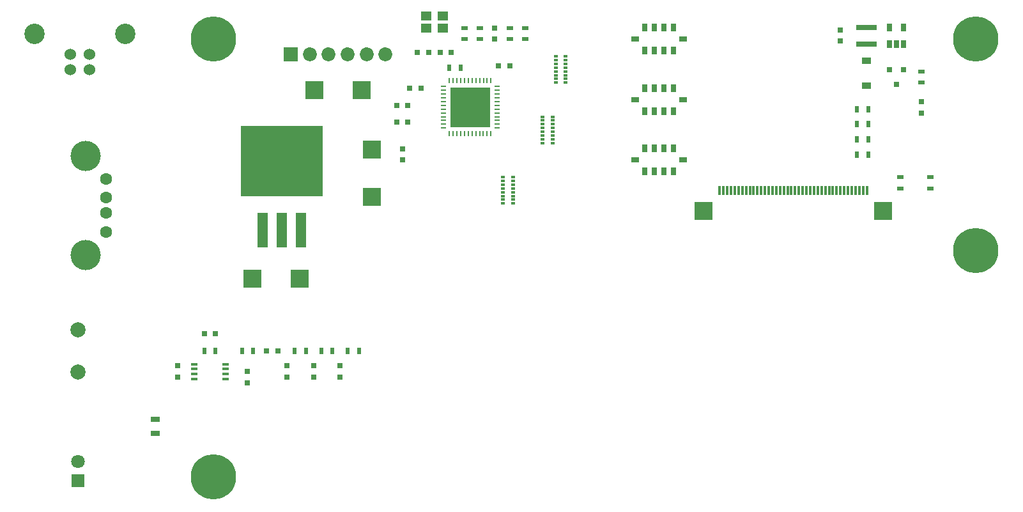
<source format=gbr>
G04 #@! TF.FileFunction,Soldermask,Top*
%FSLAX46Y46*%
G04 Gerber Fmt 4.6, Leading zero omitted, Abs format (unit mm)*
G04 Created by KiCad (PCBNEW 4.0.5+dfsg1-4~bpo8+1) date Mon Sep 25 13:54:36 2017*
%MOMM*%
%LPD*%
G01*
G04 APERTURE LIST*
%ADD10C,0.100000*%
%ADD11C,1.600000*%
%ADD12C,4.000000*%
%ADD13R,0.300000X1.200000*%
%ADD14R,2.400000X2.400000*%
%ADD15R,0.700000X1.000000*%
%ADD16R,1.000000X0.800000*%
%ADD17R,0.800000X0.750000*%
%ADD18R,2.430000X2.370000*%
%ADD19R,0.750000X0.800000*%
%ADD20R,2.370000X2.430000*%
%ADD21R,0.800100X0.800100*%
%ADD22R,2.700000X0.800000*%
%ADD23C,2.000000*%
%ADD24R,1.850000X1.850000*%
%ADD25C,1.850000*%
%ADD26C,1.524000*%
%ADD27C,2.700020*%
%ADD28R,0.900000X0.500000*%
%ADD29R,0.500000X0.900000*%
%ADD30R,0.500000X0.350000*%
%ADD31R,1.390000X4.600000*%
%ADD32R,10.800000X9.400000*%
%ADD33O,0.750000X0.250000*%
%ADD34O,0.250000X0.750000*%
%ADD35R,5.300000X5.300000*%
%ADD36R,0.890000X0.420000*%
%ADD37R,1.399540X1.150620*%
%ADD38C,6.000000*%
%ADD39R,0.650000X1.060000*%
%ADD40R,1.220000X0.910000*%
%ADD41C,1.800000*%
%ADD42R,1.800000X1.800000*%
%ADD43R,1.300000X0.700000*%
G04 APERTURE END LIST*
D10*
D11*
X63710000Y-86500000D03*
X63710000Y-84000000D03*
X63710000Y-82000000D03*
X63710000Y-79500000D03*
D12*
X61000000Y-89570000D03*
X61000000Y-76430000D03*
D13*
X164550000Y-81000000D03*
X164050000Y-81000000D03*
X163550000Y-81000000D03*
X163050000Y-81000000D03*
X162550000Y-81000000D03*
X162050000Y-81000000D03*
X161550000Y-81000000D03*
X161050000Y-81000000D03*
X160550000Y-81000000D03*
X160050000Y-81000000D03*
X159550000Y-81000000D03*
X159050000Y-81000000D03*
X158550000Y-81000000D03*
X158050000Y-81000000D03*
X157550000Y-81000000D03*
X157050000Y-81000000D03*
X156550000Y-81000000D03*
X156050000Y-81000000D03*
X155550000Y-81000000D03*
X155050000Y-81000000D03*
X154550000Y-81000000D03*
X154050000Y-81000000D03*
X153550000Y-81000000D03*
X153050000Y-81000000D03*
X152550000Y-81000000D03*
X152050000Y-81000000D03*
X151550000Y-81000000D03*
X151050000Y-81000000D03*
X150550000Y-81000000D03*
X150050000Y-81000000D03*
X149550000Y-81000000D03*
X149050000Y-81000000D03*
X148550000Y-81000000D03*
X148050000Y-81000000D03*
X147550000Y-81000000D03*
X147050000Y-81000000D03*
X146550000Y-81000000D03*
X146050000Y-81000000D03*
X145550000Y-81000000D03*
X145050000Y-81000000D03*
D14*
X166700000Y-83700000D03*
X142900000Y-83700000D03*
D15*
X135095000Y-59476000D03*
X136365000Y-59476000D03*
X137635000Y-59476000D03*
X138905000Y-59476000D03*
X135095000Y-62524000D03*
X136365000Y-62524000D03*
X137635000Y-62524000D03*
X138905000Y-62524000D03*
D16*
X133825000Y-61000000D03*
X140175000Y-61000000D03*
D15*
X135095000Y-67476000D03*
X136365000Y-67476000D03*
X137635000Y-67476000D03*
X138905000Y-67476000D03*
X135095000Y-70524000D03*
X136365000Y-70524000D03*
X137635000Y-70524000D03*
X138905000Y-70524000D03*
D16*
X133825000Y-69000000D03*
X140175000Y-69000000D03*
D15*
X135095000Y-75476000D03*
X136365000Y-75476000D03*
X137635000Y-75476000D03*
X138905000Y-75476000D03*
X135095000Y-78524000D03*
X136365000Y-78524000D03*
X137635000Y-78524000D03*
X138905000Y-78524000D03*
D16*
X133825000Y-77000000D03*
X140175000Y-77000000D03*
D17*
X105500000Y-67500000D03*
X104000000Y-67500000D03*
D18*
X99000000Y-81870000D03*
X99000000Y-75630000D03*
D19*
X115250000Y-59500000D03*
X115250000Y-61000000D03*
D17*
X108000000Y-62750000D03*
X109500000Y-62750000D03*
D20*
X91380000Y-67750000D03*
X97620000Y-67750000D03*
D17*
X115750000Y-64500000D03*
X117250000Y-64500000D03*
D19*
X103000000Y-75500000D03*
X103000000Y-77000000D03*
D17*
X106500000Y-62750000D03*
X105000000Y-62750000D03*
D20*
X83130000Y-92750000D03*
X89370000Y-92750000D03*
D19*
X94750000Y-104250000D03*
X94750000Y-105750000D03*
D17*
X103750000Y-72000000D03*
X102250000Y-72000000D03*
D19*
X91250000Y-104250000D03*
X91250000Y-105750000D03*
D17*
X103750000Y-69750000D03*
X102250000Y-69750000D03*
D19*
X87750000Y-104250000D03*
X87750000Y-105750000D03*
D17*
X85000000Y-102250000D03*
X86500000Y-102250000D03*
D19*
X82500000Y-105000000D03*
X82500000Y-106500000D03*
X161000000Y-59750000D03*
X161000000Y-61250000D03*
D17*
X76750000Y-100000000D03*
X78250000Y-100000000D03*
D19*
X73250000Y-105750000D03*
X73250000Y-104250000D03*
X171750000Y-69250000D03*
X171750000Y-70750000D03*
D21*
X169450000Y-64999240D03*
X167550000Y-64999240D03*
X168500000Y-66998220D03*
D22*
X164500000Y-59400000D03*
X164500000Y-61600000D03*
D23*
X60000000Y-99456000D03*
X60000000Y-105044000D03*
D24*
X88250000Y-63000000D03*
D25*
X90750000Y-63000000D03*
X93250000Y-63000000D03*
X95750000Y-63000000D03*
X98250000Y-63000000D03*
X100750000Y-63000000D03*
D26*
X61540000Y-65000000D03*
X59000000Y-65000000D03*
X59000000Y-63001020D03*
X61540000Y-63001020D03*
D27*
X66269480Y-60301000D03*
X54270520Y-60301000D03*
D28*
X113250000Y-61000000D03*
X113250000Y-59500000D03*
X117250000Y-61000000D03*
X117250000Y-59500000D03*
D29*
X110750000Y-64750000D03*
X109250000Y-64750000D03*
D28*
X119250000Y-61000000D03*
X119250000Y-59500000D03*
X111250000Y-61000000D03*
X111250000Y-59500000D03*
D29*
X95750000Y-102250000D03*
X97250000Y-102250000D03*
X92250000Y-102250000D03*
X93750000Y-102250000D03*
X88750000Y-102250000D03*
X90250000Y-102250000D03*
X81750000Y-102250000D03*
X83250000Y-102250000D03*
X76750000Y-102250000D03*
X78250000Y-102250000D03*
D28*
X171750000Y-65250000D03*
X171750000Y-66750000D03*
X169000000Y-79250000D03*
X169000000Y-80750000D03*
X173000000Y-79250000D03*
X173000000Y-80750000D03*
D29*
X164750000Y-76250000D03*
X163250000Y-76250000D03*
X164750000Y-74250000D03*
X163250000Y-74250000D03*
X164750000Y-72250000D03*
X163250000Y-72250000D03*
X164750000Y-70250000D03*
X163250000Y-70250000D03*
D30*
X123350000Y-63250000D03*
X123350000Y-63750000D03*
X123350000Y-64250000D03*
X123350000Y-64750000D03*
X123350000Y-65250000D03*
X123350000Y-65750000D03*
X123350000Y-66250000D03*
X123350000Y-66750000D03*
X124650000Y-66750000D03*
X124650000Y-66250000D03*
X124650000Y-65750000D03*
X124650000Y-65250000D03*
X124650000Y-64750000D03*
X124650000Y-64250000D03*
X124650000Y-63750000D03*
X124650000Y-63250000D03*
X121600000Y-71250000D03*
X121600000Y-71750000D03*
X121600000Y-72250000D03*
X121600000Y-72750000D03*
X121600000Y-73250000D03*
X121600000Y-73750000D03*
X121600000Y-74250000D03*
X121600000Y-74750000D03*
X122900000Y-74750000D03*
X122900000Y-74250000D03*
X122900000Y-73750000D03*
X122900000Y-73250000D03*
X122900000Y-72750000D03*
X122900000Y-72250000D03*
X122900000Y-71750000D03*
X122900000Y-71250000D03*
X116350000Y-79250000D03*
X116350000Y-79750000D03*
X116350000Y-80250000D03*
X116350000Y-80750000D03*
X116350000Y-81250000D03*
X116350000Y-81750000D03*
X116350000Y-82250000D03*
X116350000Y-82750000D03*
X117650000Y-82750000D03*
X117650000Y-82250000D03*
X117650000Y-81750000D03*
X117650000Y-81250000D03*
X117650000Y-80750000D03*
X117650000Y-80250000D03*
X117650000Y-79750000D03*
X117650000Y-79250000D03*
D31*
X87000000Y-86250000D03*
D32*
X87000000Y-77100000D03*
D31*
X89540000Y-86250000D03*
X84460000Y-86250000D03*
D33*
X115525000Y-69750000D03*
X115525000Y-70250000D03*
X115525000Y-70750000D03*
X115525000Y-71250000D03*
X115525000Y-71750000D03*
X115525000Y-72250000D03*
X115525000Y-72750000D03*
X115525000Y-69250000D03*
X115525000Y-68750000D03*
X115525000Y-68250000D03*
X115525000Y-67750000D03*
X108475000Y-67250000D03*
X108475000Y-67750000D03*
X108475000Y-68250000D03*
X108475000Y-68750000D03*
X108475000Y-69250000D03*
X108475000Y-69750000D03*
X108475000Y-70250000D03*
X108475000Y-70750000D03*
X108475000Y-71250000D03*
X108475000Y-71750000D03*
X108475000Y-72250000D03*
X108475000Y-72750000D03*
D34*
X112250000Y-66475000D03*
X112750000Y-66475000D03*
X113250000Y-66475000D03*
X113750000Y-66475000D03*
X114250000Y-66475000D03*
X114750000Y-66475000D03*
X111750000Y-66475000D03*
X111250000Y-66475000D03*
X110750000Y-66475000D03*
X110250000Y-66475000D03*
X109750000Y-66475000D03*
X109250000Y-66475000D03*
X114750000Y-73525000D03*
X114250000Y-73525000D03*
X113725000Y-73525000D03*
X113250000Y-73525000D03*
X112750000Y-73525000D03*
X112250000Y-73525000D03*
X111750000Y-73525000D03*
X111250000Y-73525000D03*
X110750000Y-73525000D03*
X110250000Y-73525000D03*
X109750000Y-73525000D03*
X109250000Y-73525000D03*
D33*
X115525000Y-67250000D03*
D35*
X112000000Y-70000000D03*
D36*
X79605000Y-105975000D03*
X79605000Y-105325000D03*
X79605000Y-104675000D03*
X79605000Y-104025000D03*
X75395000Y-104025000D03*
X75395000Y-104675000D03*
X75395000Y-105325000D03*
X75395000Y-105975000D03*
D37*
X108349820Y-59550100D03*
X106150180Y-59550100D03*
X108349820Y-57949900D03*
X106150180Y-57949900D03*
D38*
X179000000Y-61000000D03*
X179000000Y-89000000D03*
X78000000Y-61000000D03*
X78000000Y-119000000D03*
D39*
X167550000Y-61600000D03*
X168500000Y-61600000D03*
X169450000Y-61600000D03*
X169450000Y-59400000D03*
X167550000Y-59400000D03*
D40*
X164500000Y-67135000D03*
X164500000Y-63865000D03*
D41*
X60000000Y-116960000D03*
D42*
X60000000Y-119500000D03*
D43*
X70250000Y-111300000D03*
X70250000Y-113200000D03*
M02*

</source>
